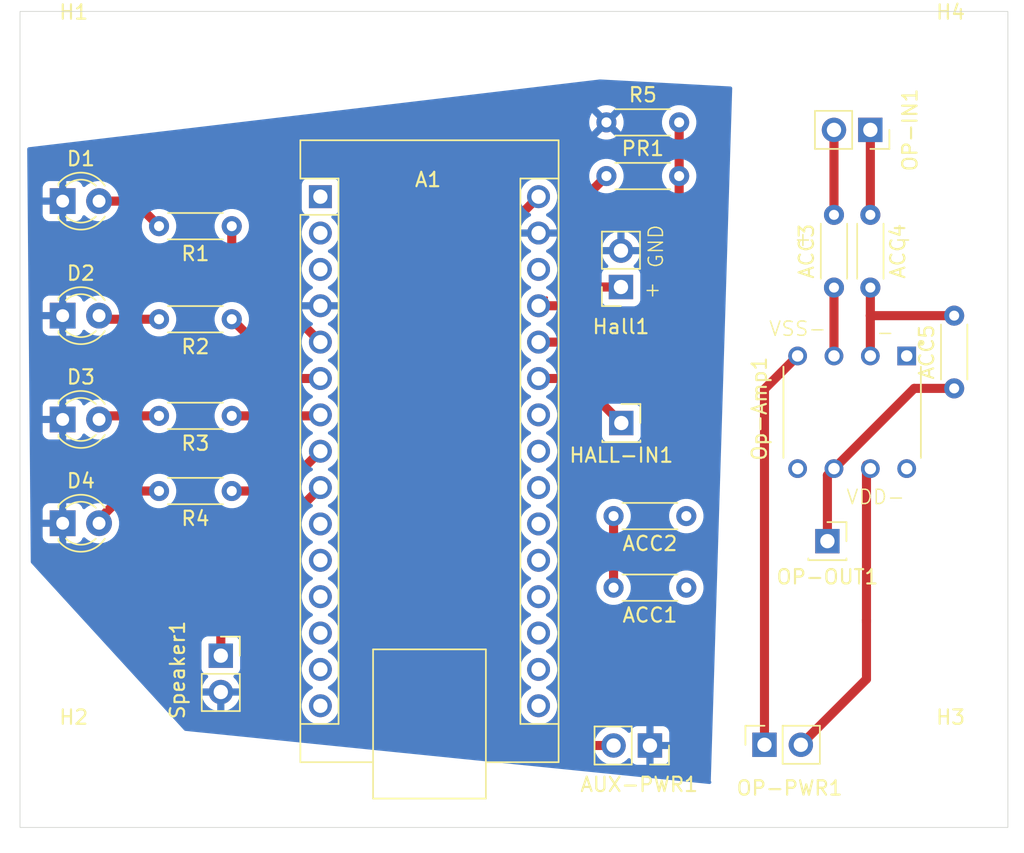
<source format=kicad_pcb>
(kicad_pcb (version 20241229) (generator "pcbnew") (generator_version "9.0")
  (layers (0 "F.Cu" signal) (2 "B.Cu" signal) (13 "F.Paste" user) (15 "B.Paste" user) (5 "F.SilkS" user "F.Silkscreen") (7 "B.SilkS" user "B.Silkscreen") (1 "F.Mask" user) (3 "B.Mask" user) (25 "Edge.Cuts" user))
  (net 0 "")
  (net 1 "/LED1")
  (net 2 "+5V")
  (net 3 "/LED4")
  (net 4 "/Photores")
  (net 12 "GND")
  (net 18 "/Halleffect")
  (net 20 "/LED2")
  (net 24 "Net-(A1-VIN)")
  (net 28 "/LED3")
  (net 29 "/Speaker")
  (net 30 "Net-(D1-A)")
  (net 31 "Net-(D2-A)")
  (net 32 "Net-(D3-A)")
  (net 33 "Net-(D4-A)")
  (net 34 "/VSS-")
  (net 35 "/VDD+")
  (net 39 "Net-(ACC1-Pad2)")
  (net 42 "Net-(OP-IN1-Pin_2)")
  (net 43 "Net-(OP-IN1-Pin_1)")
  (net 44 "Net-(Op-Amp1-VIN+)")
  (net 45 "Net-(Op-Amp1-VIN-)")
  (net 46 "/VOUT")
  (footprint "LED_THT:LED_D3.0mm" (layer "F.Cu") (at 124.48 83.75)
    (property "Reference" "D2" (at 1.27 -2.96 0) (layer "F.SilkS"))
    (property "Value" "LED")
    (fp_line (start -0.29 -1.236) (end -0.29 -1.08) (stroke (width 0.12)) (layer "F.SilkS"))
    (fp_line (start -0.29 1.08) (end -0.29 1.236) (stroke (width 0.12)) (layer "F.SilkS"))
    (fp_arc (start -0.29 -1.235516) (mid 1.365624 -1.987701) (end 2.941397 -1.080061) (stroke (width 0.12)) (layer "F.SilkS"))
    (fp_arc (start 0.229039 -1.08) (mid 1.269964 -1.5) (end 2.31091 -1.080049) (stroke (width 0.12)) (layer "F.SilkS"))
    (fp_arc (start 2.31091 1.080049) (mid 1.269964 1.5) (end 0.229039 1.08) (stroke (width 0.12)) (layer "F.SilkS"))
    (fp_arc (start 2.941397 1.080061) (mid 1.365624 1.987701) (end -0.29 1.235516) (stroke (width 0.12)) (layer "F.SilkS"))
    (pad "1" thru_hole rect (at 0 0) (size 1.8 1.8) (drill 0.9) (layers "*.Cu" "*.Mask") (net 12 "GND"))
    (pad "2" thru_hole circle (at 2.54 0) (size 1.8 1.8) (drill 0.9) (layers "*.Cu" "*.Mask") (net 31 "Net-(D2-A)"))
  )
  (footprint "Resistor_THT:R_Axial_DIN0204_L3.6mm_D1.6mm_P5.08mm_Horizontal" (layer "F.Cu") (at 136.29 90.75 180)
    (property "Reference" "R3" (at 2.54 -1.92 0) (layer "F.SilkS"))
    (property "Value" "R")
    (fp_line (start 0.62 0.92) (end 4.46 0.92) (stroke (width 0.12)) (layer "F.SilkS"))
    (fp_line (start 0.62 -0.92) (end 4.46 -0.92) (stroke (width 0.12)) (layer "F.SilkS"))
    (pad "1" thru_hole circle (at 0 0 180) (size 1.4 1.4) (drill 0.7) (layers "*.Cu" "*.Mask") (net 28 "/LED3"))
    (pad "2" thru_hole oval (at 5.08 0 180) (size 1.4 1.4) (drill 0.7) (layers "*.Cu" "*.Mask") (net 32 "Net-(D3-A)"))
  )
  (footprint "MountingHole:MountingHole_2.7mm" (layer "F.Cu") (at 125.25 115.5)
    (property "Reference" "H2" (at 0 -3.7 0) (layer "F.SilkS"))
    (property "Value" "MountingHole")
    (pad "" np_thru_hole circle (at 0 0) (size 2.7 2.7) (drill 2.7) (layers "*.Cu" "*.Mask"))
  )
  (footprint "MCP6281_E_P:DIP787W46P254L927H533Q8" (layer "F.Cu") (at 179.625 90.5 -90)
    (property "Reference" "Op-Amp1" (at -0.25 6.48 270) (layer "F.SilkS"))
    (property "Value" "MCP6281-E_P")
    (fp_line (start 3.18 4.8) (end -3.18 4.8) (stroke (width 0.127)) (layer "F.SilkS"))
    (fp_line (start -3.18 -4.8) (end 3.18 -4.8) (stroke (width 0.127)) (layer "F.SilkS"))
    (fp_circle (center -4.85 -4.85) (end -4.75 -4.85) (stroke (width 0.2)) (fill no) (layer "F.SilkS"))
    (pad "1" thru_hole rect (at -3.935 -3.81 270) (size 1.308 1.308) (drill 0.8) (layers "*.Cu" "*.Mask"))
    (pad "2" thru_hole circle (at -3.935 -1.27 270) (size 1.308 1.308) (drill 0.8) (layers "*.Cu" "*.Mask") (net 45 "Net-(Op-Amp1-VIN-)"))
    (pad "3" thru_hole circle (at -3.935 1.27 270) (size 1.308 1.308) (drill 0.8) (layers "*.Cu" "*.Mask") (net 44 "Net-(Op-Amp1-VIN+)"))
    (pad "4" thru_hole circle (at -3.935 3.81 270) (size 1.308 1.308) (drill 0.8) (layers "*.Cu" "*.Mask") (net 34 "/VSS-"))
    (pad "5" thru_hole circle (at 3.935 3.81 270) (size 1.308 1.308) (drill 0.8) (layers "*.Cu" "*.Mask"))
    (pad "6" thru_hole circle (at 3.935 1.27 270) (size 1.308 1.308) (drill 0.8) (layers "*.Cu" "*.Mask") (net 46 "/VOUT"))
    (pad "7" thru_hole circle (at 3.935 -1.27 270) (size 1.308 1.308) (drill 0.8) (layers "*.Cu" "*.Mask") (net 35 "/VDD+"))
    (pad "8" thru_hole circle (at 3.935 -3.81 270) (size 1.308 1.308) (drill 0.8) (layers "*.Cu" "*.Mask"))
  )
  (footprint "Connector_PinSocket_2.54mm:PinSocket_1x02_P2.54mm_Vertical" (layer "F.Cu") (at 180.895 70.775 -90)
    (property "Reference" "OP-IN1" (at 0 -2.77 90) (layer "F.SilkS"))
    (property "Value" "Conn_01x02_Socket")
    (fp_line (start -1.33 3.87) (end 1.33 3.87) (stroke (width 0.12)) (layer "F.SilkS"))
    (fp_line (start -1.33 1.27) (end -1.33 3.87) (stroke (width 0.12)) (layer "F.SilkS"))
    (fp_line (start -1.33 1.27) (end 1.33 1.27) (stroke (width 0.12)) (layer "F.SilkS"))
    (fp_line (start 1.33 1.27) (end 1.33 3.87) (stroke (width 0.12)) (layer "F.SilkS"))
    (fp_line (start 0 -1.33) (end 1.33 -1.33) (stroke (width 0.12)) (layer "F.SilkS"))
    (fp_line (start 1.33 -1.33) (end 1.33 0) (stroke (width 0.12)) (layer "F.SilkS"))
    (pad "1" thru_hole rect (at 0 0 270) (size 1.7 1.7) (drill 1) (layers "*.Cu" "*.Mask") (net 43 "Net-(OP-IN1-Pin_1)"))
    (pad "2" thru_hole oval (at 0 2.54 270) (size 1.7 1.7) (drill 1) (layers "*.Cu" "*.Mask") (net 42 "Net-(OP-IN1-Pin_2)"))
  )
  (footprint "Resistor_THT:R_Axial_DIN0204_L3.6mm_D1.6mm_P5.08mm_Horizontal" (layer "F.Cu") (at 136.29 84 180)
    (property "Reference" "R2" (at 2.54 -1.92 0) (layer "F.SilkS"))
    (property "Value" "R")
    (fp_line (start 0.62 0.92) (end 4.46 0.92) (stroke (width 0.12)) (layer "F.SilkS"))
    (fp_line (start 0.62 -0.92) (end 4.46 -0.92) (stroke (width 0.12)) (layer "F.SilkS"))
    (pad "1" thru_hole circle (at 0 0 180) (size 1.4 1.4) (drill 0.7) (layers "*.Cu" "*.Mask") (net 20 "/LED2"))
    (pad "2" thru_hole oval (at 5.08 0 180) (size 1.4 1.4) (drill 0.7) (layers "*.Cu" "*.Mask") (net 31 "Net-(D2-A)"))
  )
  (footprint "MountingHole:MountingHole_2.7mm" (layer "F.Cu") (at 186.5 115.5)
    (property "Reference" "H3" (at 0 -3.7 0) (layer "F.SilkS"))
    (property "Value" "MountingHole")
    (pad "" np_thru_hole circle (at 0 0) (size 2.7 2.7) (drill 2.7) (layers "*.Cu" "*.Mask"))
  )
  (footprint "Resistor_THT:R_Axial_DIN0204_L3.6mm_D1.6mm_P5.08mm_Horizontal" (layer "F.Cu") (at 168.04 97.75 180)
    (property "Reference" "ACC2" (at 2.54 -1.92 0) (layer "F.SilkS"))
    (property "Value" "R")
    (fp_line (start 0.62 0.92) (end 4.46 0.92) (stroke (width 0.12)) (layer "F.SilkS"))
    (fp_line (start 0.62 -0.92) (end 4.46 -0.92) (stroke (width 0.12)) (layer "F.SilkS"))
    (pad "1" thru_hole circle (at 0 0 180) (size 1.4 1.4) (drill 0.7) (layers "*.Cu" "*.Mask"))
    (pad "2" thru_hole oval (at 5.08 0 180) (size 1.4 1.4) (drill 0.7) (layers "*.Cu" "*.Mask") (net 39 "Net-(ACC1-Pad2)"))
  )
  (footprint "Connector_PinSocket_2.54mm:PinSocket_1x02_P2.54mm_Vertical" (layer "F.Cu") (at 173.5 113.725 90)
    (property "Reference" "OP-PWR1" (at -3.025 1.75 0) (layer "F.SilkS"))
    (property "Value" "Conn_01x02_Socket")
    (fp_line (start 1.33 -1.33) (end 1.33 0) (stroke (width 0.12)) (layer "F.SilkS"))
    (fp_line (start 0 -1.33) (end 1.33 -1.33) (stroke (width 0.12)) (layer "F.SilkS"))
    (fp_line (start 1.33 1.27) (end 1.33 3.87) (stroke (width 0.12)) (layer "F.SilkS"))
    (fp_line (start -1.33 1.27) (end 1.33 1.27) (stroke (width 0.12)) (layer "F.SilkS"))
    (fp_line (start -1.33 1.27) (end -1.33 3.87) (stroke (width 0.12)) (layer "F.SilkS"))
    (fp_line (start -1.33 3.87) (end 1.33 3.87) (stroke (width 0.12)) (layer "F.SilkS"))
    (pad "1" thru_hole rect (at 0 0 90) (size 1.7 1.7) (drill 1) (layers "*.Cu" "*.Mask") (net 34 "/VSS-"))
    (pad "2" thru_hole oval (at 0 2.54 90) (size 1.7 1.7) (drill 1) (layers "*.Cu" "*.Mask") (net 35 "/VDD+"))
  )
  (footprint "Resistor_THT:R_Axial_DIN0204_L3.6mm_D1.6mm_P5.08mm_Horizontal" (layer "F.Cu") (at 168.04 102.75 180)
    (property "Reference" "ACC1" (at 2.54 -1.92 0) (layer "F.SilkS"))
    (property "Value" "R")
    (fp_line (start 0.62 0.92) (end 4.46 0.92) (stroke (width 0.12)) (layer "F.SilkS"))
    (fp_line (start 0.62 -0.92) (end 4.46 -0.92) (stroke (width 0.12)) (layer "F.SilkS"))
    (pad "1" thru_hole circle (at 0 0 180) (size 1.4 1.4) (drill 0.7) (layers "*.Cu" "*.Mask"))
    (pad "2" thru_hole oval (at 5.08 0 180) (size 1.4 1.4) (drill 0.7) (layers "*.Cu" "*.Mask") (net 39 "Net-(ACC1-Pad2)"))
  )
  (footprint "LED_THT:LED_D3.0mm" (layer "F.Cu") (at 124.48 98.25)
    (property "Reference" "D4" (at 1.27 -2.96 0) (layer "F.SilkS"))
    (property "Value" "LED")
    (fp_line (start -0.29 -1.236) (end -0.29 -1.08) (stroke (width 0.12)) (layer "F.SilkS"))
    (fp_line (start -0.29 1.08) (end -0.29 1.236) (stroke (width 0.12)) (layer "F.SilkS"))
    (fp_arc (start -0.29 -1.235516) (mid 1.365624 -1.987701) (end 2.941397 -1.080061) (stroke (width 0.12)) (layer "F.SilkS"))
    (fp_arc (start 0.229039 -1.08) (mid 1.269964 -1.5) (end 2.31091 -1.080049) (stroke (width 0.12)) (layer "F.SilkS"))
    (fp_arc (start 2.31091 1.080049) (mid 1.269964 1.5) (end 0.229039 1.08) (stroke (width 0.12)) (layer "F.SilkS"))
    (fp_arc (start 2.941397 1.080061) (mid 1.365624 1.987701) (end -0.29 1.235516) (stroke (width 0.12)) (layer "F.SilkS"))
    (pad "1" thru_hole rect (at 0 0) (size 1.8 1.8) (drill 0.9) (layers "*.Cu" "*.Mask") (net 12 "GND"))
    (pad "2" thru_hole circle (at 2.54 0) (size 1.8 1.8) (drill 0.9) (layers "*.Cu" "*.Mask") (net 33 "Net-(D4-A)"))
  )
  (footprint "Resistor_THT:R_Axial_DIN0204_L3.6mm_D1.6mm_P5.08mm_Horizontal" (layer "F.Cu") (at 162.46 70.25)
    (property "Reference" "R5" (at 2.54 -1.92 0) (layer "F.SilkS"))
    (property "Value" "R")
    (fp_line (start 0.62 -0.92) (end 4.46 -0.92) (stroke (width 0.12)) (layer "F.SilkS"))
    (fp_line (start 0.62 0.92) (end 4.46 0.92) (stroke (width 0.12)) (layer "F.SilkS"))
    (pad "1" thru_hole circle (at 0 0) (size 1.4 1.4) (drill 0.7) (layers "*.Cu" "*.Mask") (net 12 "GND"))
    (pad "2" thru_hole oval (at 5.08 0) (size 1.4 1.4) (drill 0.7) (layers "*.Cu" "*.Mask") (net 4 "/Photores"))
  )
  (footprint "MountingHole:MountingHole_2.7mm" (layer "F.Cu") (at 186.5 66.25)
    (property "Reference" "H4" (at 0 -3.7 0) (layer "F.SilkS"))
    (property "Value" "MountingHole")
    (pad "" np_thru_hole circle (at 0 0) (size 2.7 2.7) (drill 2.7) (layers "*.Cu" "*.Mask"))
  )
  (footprint "MountingHole:MountingHole_2.7mm" (layer "F.Cu") (at 125.25 66.25)
    (property "Reference" "H1" (at 0 -3.7 0) (layer "F.SilkS"))
    (property "Value" "MountingHole")
    (pad "" np_thru_hole circle (at 0 0) (size 2.7 2.7) (drill 2.7) (layers "*.Cu" "*.Mask"))
  )
  (footprint "Module:Arduino_Nano" (layer "F.Cu") (at 142.48 75.44)
    (property "Reference" "A1" (at 7.52 -1.19 0) (layer "F.SilkS"))
    (property "Value" "Arduino_Nano_v3.x")
    (fp_line (start -1.4 -3.94) (end -1.4 -1.27) (stroke (width 0.12)) (layer "F.SilkS"))
    (fp_line (start -1.4 1.27) (end -1.4 39.5) (stroke (width 0.12)) (layer "F.SilkS"))
    (fp_line (start -1.4 39.5) (end 3.68 39.5) (stroke (width 0.12)) (layer "F.SilkS"))
    (fp_line (start 1.27 -1.27) (end -1.4 -1.27) (stroke (width 0.12)) (layer "F.SilkS"))
    (fp_line (start 1.27 1.27) (end -1.4 1.27) (stroke (width 0.12)) (layer "F.SilkS"))
    (fp_line (start 1.27 1.27) (end 1.27 -1.27) (stroke (width 0.12)) (layer "F.SilkS"))
    (fp_line (start 1.27 1.27) (end 1.27 36.83) (stroke (width 0.12)) (layer "F.SilkS"))
    (fp_line (start 1.27 36.83) (end -1.4 36.83) (stroke (width 0.12)) (layer "F.SilkS"))
    (fp_line (start 3.68 31.62) (end 11.56 31.62) (stroke (width 0.12)) (layer "F.SilkS"))
    (fp_line (start 3.68 42.04) (end 3.68 31.62) (stroke (width 0.12)) (layer "F.SilkS"))
    (fp_line (start 11.56 31.62) (end 11.56 42.04) (stroke (width 0.12)) (layer "F.SilkS"))
    (fp_line (start 11.56 42.04) (end 3.68 42.04) (stroke (width 0.12)) (layer "F.SilkS"))
    (fp_line (start 13.97 -1.27) (end 13.97 36.83) (stroke (width 0.12)) (layer "F.SilkS"))
    (fp_line (start 13.97 -1.27) (end 16.64 -1.27) (stroke (width 0.12)) (layer "F.SilkS"))
    (fp_line (start 13.97 36.83) (end 16.64 36.83) (stroke (width 0.12)) (layer "F.SilkS"))
    (fp_line (start 16.64 -3.94) (end -1.4 -3.94) (stroke (width 0.12)) (layer "F.SilkS"))
    (fp_line (start 16.64 39.5) (end 11.56 39.5) (stroke (width 0.12)) (layer "F.SilkS"))
    (fp_line (start 16.64 39.5) (end 16.64 -3.94) (stroke (width 0.12)) (layer "F.SilkS"))
    (pad "1" thru_hole rect (at 0 0) (size 1.6 1.6) (drill 1) (layers "*.Cu" "*.Mask"))
    (pad "2" thru_hole oval (at 0 2.54) (size 1.6 1.6) (drill 1) (layers "*.Cu" "*.Mask"))
    (pad "3" thru_hole oval (at 0 5.08) (size 1.6 1.6) (drill 1) (layers "*.Cu" "*.Mask"))
    (pad "4" thru_hole oval (at 0 7.62) (size 1.6 1.6) (drill 1) (layers "*.Cu" "*.Mask") (net 12 "GND"))
    (pad "5" thru_hole oval (at 0 10.16) (size 1.6 1.6) (drill 1) (layers "*.Cu" "*.Mask") (net 1 "/LED1"))
    (pad "6" thru_hole oval (at 0 12.7) (size 1.6 1.6) (drill 1) (layers "*.Cu" "*.Mask") (net 20 "/LED2"))
    (pad "7" thru_hole oval (at 0 15.24) (size 1.6 1.6) (drill 1) (layers "*.Cu" "*.Mask") (net 28 "/LED3"))
    (pad "8" thru_hole oval (at 0 17.78) (size 1.6 1.6) (drill 1) (layers "*.Cu" "*.Mask") (net 3 "/LED4"))
    (pad "9" thru_hole oval (at 0 20.32) (size 1.6 1.6) (drill 1) (layers "*.Cu" "*.Mask") (net 29 "/Speaker"))
    (pad "10" thru_hole oval (at 0 22.86) (size 1.6 1.6) (drill 1) (layers "*.Cu" "*.Mask"))
    (pad "11" thru_hole oval (at 0 25.4) (size 1.6 1.6) (drill 1) (layers "*.Cu" "*.Mask"))
    (pad "12" thru_hole oval (at 0 27.94) (size 1.6 1.6) (drill 1) (layers "*.Cu" "*.Mask"))
    (pad "13" thru_hole oval (at 0 30.48) (size 1.6 1.6) (drill 1) (layers "*.Cu" "*.Mask"))
    (pad "14" thru_hole oval (at 0 33.02) (size 1.6 1.6) (drill 1) (layers "*.Cu" "*.Mask"))
    (pad "15" thru_hole oval (at 0 35.56) (size 1.6 1.6) (drill 1) (layers "*.Cu" "*.Mask"))
    (pad "16" thru_hole oval (at 15.24 35.56) (size 1.6 1.6) (drill 1) (layers "*.Cu" "*.Mask"))
    (pad "17" thru_hole oval (at 15.24 33.02) (size 1.6 1.6) (drill 1) (layers "*.Cu" "*.Mask"))
    (pad "18" thru_hole oval (at 15.24 30.48) (size 1.6 1.6) (drill 1) (layers "*.Cu" "*.Mask"))
    (pad "19" thru_hole oval (at 15.24 27.94) (size 1.6 1.6) (drill 1) (layers "*.Cu" "*.Mask"))
    (pad "20" thru_hole oval (at 15.24 25.4) (size 1.6 1.6) (drill 1) (layers "*.Cu" "*.Mask"))
    (pad "21" thru_hole oval (at 15.24 22.86) (size 1.6 1.6) (drill 1) (layers "*.Cu" "*.Mask"))
    (pad "22" thru_hole oval (at 15.24 20.32) (size 1.6 1.6) (drill 1) (layers "*.Cu" "*.Mask"))
    (pad "23" thru_hole oval (at 15.24 17.78) (size 1.6 1.6) (drill 1) (layers "*.Cu" "*.Mask"))
    (pad "24" thru_hole oval (at 15.24 15.24) (size 1.6 1.6) (drill 1) (layers "*.Cu" "*.Mask"))
    (pad "25" thru_hole oval (at 15.24 12.7) (size 1.6 1.6) (drill 1) (layers "*.Cu" "*.Mask") (net 18 "/Halleffect"))
    (pad "26" thru_hole oval (at 15.24 10.16) (size 1.6 1.6) (drill 1) (layers "*.Cu" "*.Mask") (net 4 "/Photores"))
    (pad "27" thru_hole oval (at 15.24 7.62) (size 1.6 1.6) (drill 1) (layers "*.Cu" "*.Mask") (net 2 "+5V"))
    (pad "28" thru_hole oval (at 15.24 5.08) (size 1.6 1.6) (drill 1) (layers "*.Cu" "*.Mask"))
    (pad "29" thru_hole oval (at 15.24 2.54) (size 1.6 1.6) (drill 1) (layers "*.Cu" "*.Mask") (net 12 "GND"))
    (pad "30" thru_hole oval (at 15.24 0) (size 1.6 1.6) (drill 1) (layers "*.Cu" "*.Mask") (net 24 "Net-(A1-VIN)"))
  )
  (footprint "Resistor_THT:R_Axial_DIN0204_L3.6mm_D1.6mm_P5.08mm_Horizontal" (layer "F.Cu") (at 178.355 81.79 90)
    (property "Reference" "ACC3" (at 2.54 -1.92 90) (layer "F.SilkS"))
    (property "Value" "R")
    (fp_line (start 0.62 -0.92) (end 4.46 -0.92) (stroke (width 0.12)) (layer "F.SilkS"))
    (fp_line (start 0.62 0.92) (end 4.46 0.92) (stroke (width 0.12)) (layer "F.SilkS"))
    (pad "1" thru_hole circle (at 0 0 90) (size 1.4 1.4) (drill 0.7) (layers "*.Cu" "*.Mask") (net 44 "Net-(Op-Amp1-VIN+)"))
    (pad "2" thru_hole oval (at 5.08 0 90) (size 1.4 1.4) (drill 0.7) (layers "*.Cu" "*.Mask") (net 42 "Net-(OP-IN1-Pin_2)"))
  )
  (footprint "LED_THT:LED_D3.0mm" (layer "F.Cu") (at 124.48 75.75)
    (property "Reference" "D1" (at 1.27 -2.96 0) (layer "F.SilkS"))
    (property "Value" "LED")
    (fp_line (start -0.29 -1.236) (end -0.29 -1.08) (stroke (width 0.12)) (layer "F.SilkS"))
    (fp_line (start -0.29 1.08) (end -0.29 1.236) (stroke (width 0.12)) (layer "F.SilkS"))
    (fp_arc (start -0.29 -1.235516) (mid 1.365624 -1.987701) (end 2.941397 -1.080061) (stroke (width 0.12)) (layer "F.SilkS"))
    (fp_arc (start 0.229039 -1.08) (mid 1.269964 -1.5) (end 2.31091 -1.080049) (stroke (width 0.12)) (layer "F.SilkS"))
    (fp_arc (start 2.31091 1.080049) (mid 1.269964 1.5) (end 0.229039 1.08) (stroke (width 0.12)) (layer "F.SilkS"))
    (fp_arc (start 2.941397 1.080061) (mid 1.365624 1.987701) (end -0.29 1.235516) (stroke (width 0.12)) (layer "F.SilkS"))
    (pad "1" thru_hole rect (at 0 0) (size 1.8 1.8) (drill 0.9) (layers "*.Cu" "*.Mask") (net 12 "GND"))
    (pad "2" thru_hole circle (at 2.54 0) (size 1.8 1.8) (drill 0.9) (layers "*.Cu" "*.Mask") (net 30 "Net-(D1-A)"))
  )
  (footprint "Resistor_THT:R_Axial_DIN0204_L3.6mm_D1.6mm_P5.08mm_Horizontal" (layer "F.Cu") (at 180.895 76.709999 -90)
    (property "Reference" "ACC4" (at 2.54 -1.92 90) (layer "F.SilkS"))
    (property "Value" "R")
    (fp_line (start 0.62 0.92) (end 4.46 0.92) (stroke (width 0.12)) (layer "F.SilkS"))
    (fp_line (start 0.62 -0.92) (end 4.46 -0.92) (stroke (width 0.12)) (layer "F.SilkS"))
    (pad "1" thru_hole circle (at 0 0 270) (size 1.4 1.4) (drill 0.7) (layers "*.Cu" "*.Mask") (net 43 "Net-(OP-IN1-Pin_1)"))
    (pad "2" thru_hole oval (at 5.08 0 270) (size 1.4 1.4) (drill 0.7) (layers "*.Cu" "*.Mask") (net 45 "Net-(Op-Amp1-VIN-)"))
  )
  (footprint "Resistor_THT:R_Axial_DIN0204_L3.6mm_D1.6mm_P5.08mm_Horizontal" (layer "F.Cu") (at 136.29 96 180)
    (property "Reference" "R4" (at 2.54 -1.92 0) (layer "F.SilkS"))
    (property "Value" "R")
    (fp_line (start 0.62 0.92) (end 4.46 0.92) (stroke (width 0.12)) (layer "F.SilkS"))
    (fp_line (start 0.62 -0.92) (end 4.46 -0.92) (stroke (width 0.12)) (layer "F.SilkS"))
    (pad "1" thru_hole circle (at 0 0 180) (size 1.4 1.4) (drill 0.7) (layers "*.Cu" "*.Mask") (net 3 "/LED4"))
    (pad "2" thru_hole oval (at 5.08 0 180) (size 1.4 1.4) (drill 0.7) (layers "*.Cu" "*.Mask") (net 33 "Net-(D4-A)"))
  )
  (footprint "Resistor_THT:R_Axial_DIN0204_L3.6mm_D1.6mm_P5.08mm_Horizontal" (layer "F.Cu") (at 162.46 74)
    (property "Reference" "PR1" (at 2.54 -1.92 0) (layer "F.SilkS"))
    (property "Value" "R_Photo")
    (fp_line (start 0.62 -0.92) (end 4.46 -0.92) (stroke (width 0.12)) (layer "F.SilkS"))
    (fp_line (start 0.62 0.92) (end 4.46 0.92) (stroke (width 0.12)) (layer "F.SilkS"))
    (pad "1" thru_hole circle (at 0 0) (size 1.4 1.4) (drill 0.7) (layers "*.Cu" "*.Mask") (net 2 "+5V"))
    (pad "2" thru_hole oval (at 5.08 0) (size 1.4 1.4) (drill 0.7) (layers "*.Cu" "*.Mask") (net 4 "/Photores"))
  )
  (footprint "Connector_PinSocket_2.54mm:PinSocket_1x02_P2.54mm_Vertical" (layer "F.Cu") (at 135.525 107.5)
    (property "Reference" "Speaker1" (at -3.025 1 90) (layer "F.SilkS"))
    (property "Value" "Conn_01x02_Socket")
    (fp_line (start -1.33 1.27) (end -1.33 3.87) (stroke (width 0.12)) (layer "F.SilkS"))
    (fp_line (start -1.33 1.27) (end 1.33 1.27) (stroke (width 0.12)) (layer "F.SilkS"))
    (fp_line (start -1.33 3.87) (end 1.33 3.87) (stroke (width 0.12)) (layer "F.SilkS"))
    (fp_line (start 0 -1.33) (end 1.33 -1.33) (stroke (width 0.12)) (layer "F.SilkS"))
    (fp_line (start 1.33 -1.33) (end 1.33 0) (stroke (width 0.12)) (layer "F.SilkS"))
    (fp_line (start 1.33 1.27) (end 1.33 3.87) (stroke (width 0.12)) (layer "F.SilkS"))
    (pad "1" thru_hole rect (at 0 0) (size 1.7 1.7) (drill 1) (layers "*.Cu" "*.Mask") (net 29 "/Speaker"))
    (pad "2" thru_hole oval (at 0 2.54) (size 1.7 1.7) (drill 1) (layers "*.Cu" "*.Mask") (net 12 "GND"))
  )
  (footprint "Resistor_THT:R_Axial_DIN0204_L3.6mm_D1.6mm_P5.08mm_Horizontal" (layer "F.Cu") (at 186.75 88.83 90)
    (property "Reference" "ACC5" (at 2.54 -1.92 90) (layer "F.SilkS"))
    (property "Value" "R")
    (fp_line (start 0.62 -0.92) (end 4.46 -0.92) (stroke (width 0.12)) (layer "F.SilkS"))
    (fp_line (start 0.62 0.92) (end 4.46 0.92) (stroke (width 0.12)) (layer "F.SilkS"))
    (pad "1" thru_hole circle (at 0 0 90) (size 1.4 1.4) (drill 0.7) (layers "*.Cu" "*.Mask") (net 46 "/VOUT"))
    (pad "2" thru_hole oval (at 5.08 0 90) (size 1.4 1.4) (drill 0.7) (layers "*.Cu" "*.Mask") (net 45 "Net-(Op-Amp1-VIN-)"))
  )
  (footprint "Resistor_THT:R_Axial_DIN0204_L3.6mm_D1.6mm_P5.08mm_Horizontal" (layer "F.Cu") (at 136.29 77.5 180)
    (property "Reference" "R1" (at 2.54 -1.92 0) (layer "F.SilkS"))
    (property "Value" "R")
    (fp_line (start 0.62 0.92) (end 4.46 0.92) (stroke (width 0.12)) (layer "F.SilkS"))
    (fp_line (start 0.62 -0.92) (end 4.46 -0.92) (stroke (width 0.12)) (layer "F.SilkS"))
    (pad "1" thru_hole circle (at 0 0 180) (size 1.4 1.4) (drill 0.7) (layers "*.Cu" "*.Mask") (net 1 "/LED1"))
    (pad "2" thru_hole oval (at 5.08 0 180) (size 1.4 1.4) (drill 0.7) (layers "*.Cu" "*.Mask") (net 30 "Net-(D1-A)"))
  )
  (footprint "Connector_PinSocket_2.54mm:PinSocket_1x02_P2.54mm_Vertical" (layer "F.Cu") (at 163.475 81.75 180)
    (property "Reference" "Hall1" (at 0 -2.77 0) (layer "F.SilkS"))
    (property "Value" "Conn_01x02_Socket")
    (fp_line (start 1.33 1.27) (end 1.33 3.87) (stroke (width 0.12)) (layer "F.SilkS"))
    (fp_line (start 1.33 -1.33) (end 1.33 0) (stroke (width 0.12)) (layer "F.SilkS"))
    (fp_line (start 0 -1.33) (end 1.33 -1.33) (stroke (width 0.12)) (layer "F.SilkS"))
    (fp_line (start -1.33 3.87) (end 1.33 3.87) (stroke (width 0.12)) (layer "F.SilkS"))
    (fp_line (start -1.33 1.27) (end 1.33 1.27) (stroke (width 0.12)) (layer "F.SilkS"))
    (fp_line (start -1.33 1.27) (end -1.33 3.87) (stroke (width 0.12)) (layer "F.SilkS"))
    (pad "1" thru_hole rect (at 0 0 180) (size 1.7 1.7) (drill 1) (layers "*.Cu" "*.Mask") (net 2 "+5V"))
    (pad "2" thru_hole oval (at 0 2.54 180) (size 1.7 1.7) (drill 1) (layers "*.Cu" "*.Mask") (net 12 "GND"))
  )
  (footprint "Connector_PinSocket_2.54mm:PinSocket_1x01_P2.54mm_Vertical" (layer "F.Cu") (at 163.5 91.25)
    (property "Reference" "HALL-IN1" (at 0 2.25 0) (layer "F.SilkS"))
    (property "Value" "Conn_01x01_Socket")
    (fp_line (start -1.33 1.21) (end -1.33 1.33) (stroke (width 0.12)) (layer "F.SilkS"))
    (fp_line (start -1.33 1.33) (end 1.33 1.33) (stroke (width 0.12)) (layer "F.SilkS"))
    (fp_line (start 0 -1.33) (end 1.33 -1.33) (stroke (width 0.12)) (layer "F.SilkS"))
    (fp_line (start 1.33 -1.33) (end 1.33 0) (stroke (width 0.12)) (layer "F.SilkS"))
    (fp_line (start 1.33 1.21) (end 1.33 1.33) (stroke (width 0.12)) (layer "F.SilkS"))
    (pad "1" thru_hole rect (at 0 0) (size 1.7 1.7) (drill 1) (layers "*.Cu" "*.Mask") (net 18 "/Halleffect"))
  )
  (footprint "Connector_PinSocket_2.54mm:PinSocket_1x02_P2.54mm_Vertical" (layer "F.Cu") (at 165.5 113.775 -90)
    (property "Reference" "AUX-PWR1" (at 2.725 0.75 0) (layer "F.SilkS"))
    (property "Value" "Conn_01x02_Socket")
    (fp_line (start -1.33 3.87) (end 1.33 3.87) (stroke (width 0.12)) (layer "F.SilkS"))
    (fp_line (start -1.33 1.27) (end -1.33 3.87) (stroke (width 0.12)) (layer "F.SilkS"))
    (fp_line (start -1.33 1.27) (end 1.33 1.27) (stroke (width 0.12)) (layer "F.SilkS"))
    (fp_line (start 1.33 1.27) (end 1.33 3.87) (stroke (width 0.12)) (layer "F.SilkS"))
    (fp_line (start 0 -1.33) (end 1.33 -1.33) (stroke (width 0.12)) (layer "F.SilkS"))
    (fp_line (start 1.33 -1.33) (end 1.33 0) (stroke (width 0.12)) (layer "F.SilkS"))
    (pad "1" thru_hole rect (at 0 0 270) (size 1.7 1.7) (drill 1) (layers "*.Cu" "*.Mask") (net 12 "GND"))
    (pad "2" thru_hole oval (at 0 2.54 270) (size 1.7 1.7) (drill 1) (layers "*.Cu" "*.Mask") (net 24 "Net-(A1-VIN)"))
  )
  (footprint "LED_THT:LED_D3.0mm" (layer "F.Cu") (at 124.48 91)
    (property "Reference" "D3" (at 1.27 -2.96 0) (layer "F.SilkS"))
    (property "Value" "LED")
    (fp_line (start -0.29 -1.236) (end -0.29 -1.08) (stroke (width 0.12)) (layer "F.SilkS"))
    (fp_line (start -0.29 1.08) (end -0.29 1.236) (stroke (width 0.12)) (layer "F.SilkS"))
    (fp_arc (start -0.29 -1.235516) (mid 1.365624 -1.987701) (end 2.941397 -1.080061) (stroke (width 0.12)) (layer "F.SilkS"))
    (fp_arc (start 0.229039 -1.08) (mid 1.269964 -1.5) (end 2.31091 -1.080049) (stroke (width 0.12)) (layer "F.SilkS"))
    (fp_arc (start 2.31091 1.080049) (mid 1.269964 1.5) (end 0.229039 1.08) (stroke (width 0.12)) (layer "F.SilkS"))
    (fp_arc (start 2.941397 1.080061) (mid 1.365624 1.987701) (end -0.29 1.235516) (stroke (width 0.12)) (layer "F.SilkS"))
    (pad "1" thru_hole rect (at 0 0) (size 1.8 1.8) (drill 0.9) (layers "*.Cu" "*.Mask") (net 12 "GND"))
    (pad "2" thru_hole circle (at 2.54 0) (size 1.8 1.8) (drill 0.9) (layers "*.Cu" "*.Mask") (net 32 "Net-(D3-A)"))
  )
  (footprint "Connector_PinSocket_2.54mm:PinSocket_1x01_P2.54mm_Vertical" (layer "F.Cu") (at 177.895 99.5)
    (property "Reference" "OP-OUT1" (at 0 2.5 0) (layer "F.SilkS"))
    (property "Value" "Conn_01x01_Socket")
    (fp_line (start -1.33 1.21) (end -1.33 1.33) (stroke (width 0.12)) (layer "F.SilkS"))
    (fp_line (start -1.33 1.33) (end 1.33 1.33) (stroke (width 0.12)) (layer "F.SilkS"))
    (fp_line (start 0 -1.33) (end 1.33 -1.33) (stroke (width 0.12)) (layer "F.SilkS"))
    (fp_line (start 1.33 -1.33) (end 1.33 0) (stroke (width 0.12)) (layer "F.SilkS"))
    (fp_line (start 1.33 1.21) (end 1.33 1.33) (stroke (width 0.12)) (layer "F.SilkS"))
    (pad "1" thru_hole rect (at 0 0) (size 1.7 1.7) (drill 1) (layers "*.Cu" "*.Mask") (net 46 "/VOUT"))
  )
  (gr_rect (start 121.5 62.5) (end 190.5 119.5) (stroke (width 0.05)) (fill no) (layer "Edge.Cuts"))
  (gr_text "-" (at 181.25 85.5 0) (layer "F.SilkS") (effects (font (size 1 1) (thickness 0.1)) (justify left bottom)))
  (gr_text "-" (at 182.5 78.975 0) (layer "F.SilkS") (effects (font (size 1 1) (thickness 0.1)) (justify left bottom)))
  (gr_text "+" (at 165 82.5 0) (layer "F.SilkS") (effects (font (size 1 1) (thickness 0.1)) (justify left bottom)))
  (gr_text "+" (at 175.5 78.975 0) (layer "F.SilkS") (effects (font (size 1 1) (thickness 0.1)) (justify left bottom)))
  (gr_text "VSS-" (at 173.75 85.25 0) (layer "F.SilkS") (effects (font (size 1 1) (thickness 0.1)) (justify left bottom)))
  (gr_text "GND" (at 166.5 80.5 90) (layer "F.SilkS") (effects (font (size 1 1) (thickness 0.1)) (justify left bottom)))
  (gr_text "VDD-" (at 179.145 97 0) (layer "F.SilkS") (effects (font (size 1 1) (thickness 0.1)) (justify left bottom)))
  (segment (start 142.48 85.6) (end 136.29 79.41) (width 0.635) (layer "F.Cu") (net 1))
  (segment (start 136.29 79.41) (end 136.29 77.5) (width 0.635) (layer "F.Cu") (net 1))
  (segment (start 158.28 82.5) (end 157.72 83.06) (width 0.2) (layer "F.Cu") (net 2))
  (segment (start 160.69 83.06) (end 160.75 83) (width 0.2) (layer "F.Cu") (net 2))
  (segment (start 160.75 75.71) (end 162.46 74) (width 0.635) (layer "F.Cu") (net 2))
  (segment (start 160.75 81.75) (end 160.75 75.71) (width 0.635) (layer "F.Cu") (net 2))
  (segment (start 163.475 81.75) (end 160.75 81.75) (width 0.635) (layer "F.Cu") (net 2))
  (segment (start 160.75 83) (end 160.75 81.75) (width 0.635) (layer "F.Cu") (net 2))
  (segment (start 157.72 83.06) (end 160.69 83.06) (width 0.635) (layer "F.Cu") (net 2))
  (segment (start 139.7 96) (end 142.48 93.22) (width 0.635) (layer "F.Cu") (net 3))
  (segment (start 136.08 96) (end 139.7 96) (width 0.635) (layer "F.Cu") (net 3))
  (segment (start 166.4 85.6) (end 157.72 85.6) (width 0.635) (layer "F.Cu") (net 4))
  (segment (start 167.54 84.46) (end 166.4 85.6) (width 0.635) (layer "F.Cu") (net 4))
  (segment (start 167.54 74) (end 167.54 84.46) (width 0.635) (layer "F.Cu") (net 4))
  (segment (start 167.54 70.25) (end 167.54 74) (width 0.635) (layer "F.Cu") (net 4))
  (segment (start 160.39 88.14) (end 163.5 91.25) (width 0.635) (layer "F.Cu") (net 18))
  (segment (start 157.72 88.14) (end 160.39 88.14) (width 0.635) (layer "F.Cu") (net 18))
  (segment (start 140.43 88.14) (end 136.29 84) (width 0.635) (layer "F.Cu") (net 20))
  (segment (start 142.48 88.14) (end 140.43 88.14) (width 0.635) (layer "F.Cu") (net 20))
  (segment (start 162.96 113.775) (end 156.775 113.775) (width 0.635) (layer "F.Cu") (net 24))
  (segment (start 154.25 111.25) (end 154.25 78.91) (width 0.635) (layer "F.Cu") (net 24))
  (segment (start 154.25 78.91) (end 157.72 75.44) (width 0.635) (layer "F.Cu") (net 24))
  (segment (start 156.775 113.775) (end 154.25 111.25) (width 0.635) (layer "F.Cu") (net 24))
  (segment (start 142.41 90.75) (end 136.18 90.75) (width 0.635) (layer "F.Cu") (net 28))
  (segment (start 136.18 90.75) (end 136.11 90.68) (width 0.635) (layer "F.Cu") (net 28))
  (segment (start 136.11 90.68) (end 136.04 90.75) (width 0.2) (layer "F.Cu") (net 28))
  (segment (start 142.48 90.68) (end 142.41 90.75) (width 0.635) (layer "F.Cu") (net 28))
  (segment (start 135.525 102.715) (end 135.525 107.5) (width 0.635) (layer "F.Cu") (net 29))
  (segment (start 142.48 95.76) (end 135.525 102.715) (width 0.635) (layer "F.Cu") (net 29))
  (segment (start 129.46 75.75) (end 127.02 75.75) (width 0.635) (layer "F.Cu") (net 30))
  (segment (start 131.21 77.5) (end 129.46 75.75) (width 0.635) (layer "F.Cu") (net 30))
  (segment (start 127.02 83.75) (end 126.75 83.75) (width 0.2) (layer "F.Cu") (net 31))
  (segment (start 131.21 84) (end 127.27 84) (width 0.635) (layer "F.Cu") (net 31))
  (segment (start 127.27 84) (end 127.02 83.75) (width 0.635) (layer "F.Cu") (net 31))
  (segment (start 131.21 90.75) (end 127.27 90.75) (width 0.635) (layer "F.Cu") (net 32))
  (segment (start 127.27 90.75) (end 127.02 91) (width 0.635) (layer "F.Cu") (net 32))
  (segment (start 127.02 91) (end 126.77 91) (width 0.2) (layer "F.Cu") (net 32))
  (segment (start 131.21 96) (end 129 96) (width 0.635) (layer "F.Cu") (net 33))
  (segment (start 129 96) (end 126.75 98.25) (width 0.635) (layer "F.Cu") (net 33))
  (segment (start 173.5 88.88) (end 175.815 86.565) (width 0.635) (layer "F.Cu") (net 34))
  (segment (start 173.5 113.725) (end 173.5 88.88) (width 0.635) (layer "F.Cu") (net 34))
  (segment (start 180.625 105.185) (end 180.625 105) (width 0.635) (layer "F.Cu") (net 35))
  (segment (start 176.04 113.725) (end 180.625 109.14) (width 0.635) (layer "F.Cu") (net 35))
  (segment (start 180.625 105) (end 180.625 94.185) (width 0.635) (layer "F.Cu") (net 35))
  (segment (start 180.625 109.14) (end 180.625 105) (width 0.635) (layer "F.Cu") (net 35))
  (segment (start 162.96 97.75) (end 162.96 102.75) (width 0.635) (layer "F.Cu") (net 39))
  (segment (start 178.355 70.775) (end 178.355 76.71) (width 0.635) (layer "F.Cu") (net 42))
  (segment (start 180.895 70.775) (end 180.895 76.709999) (width 0.635) (layer "F.Cu") (net 43))
  (segment (start 178.355 81.79) (end 178.355 86.565) (width 0.635) (layer "F.Cu") (net 44))
  (segment (start 178.355 86.545) (end 178.375 86.565) (width 0.2) (layer "F.Cu") (net 44))
  (segment (start 180.895 81.789999) (end 180.895 83.75) (width 0.635) (layer "F.Cu") (net 45))
  (segment (start 180.895 83.75) (end 180.895 86.565) (width 0.635) (layer "F.Cu") (net 45))
  (segment (start 186.75 83.75) (end 180.895 83.75) (width 0.635) (layer "F.Cu") (net 45))
  (segment (start 180.895 86.545) (end 180.915 86.565) (width 0.2) (layer "F.Cu") (net 45))
  (segment (start 186.75 88.83) (end 183.96 88.83) (width 0.635) (layer "F.Cu") (net 46))
  (segment (start 183.96 88.83) (end 178.355 94.435) (width 0.635) (layer "F.Cu") (net 46))
  (segment (start 178.355 94.435) (end 177.895 94.895) (width 0.635) (layer "F.Cu") (net 46))
  (segment (start 177.895 94.895) (end 177.895 99.5) (width 0.635) (layer "F.Cu") (net 46))
  (zone (net 12) (net_name "GND") (layer "B.Cu") (connect_pads (clearance 0.5)) (min_thickness 0.25) (fill yes (thermal_gap 0.5) (thermal_bridge_width 0.5))
    (polygon (pts (xy 170 116.5) (xy 133 112.75) (xy 122.25 101) (xy 122 72) (xy 162 67.25) (xy 171.25 67.75) (xy 169.75 116.25)))
  )
)
</source>
